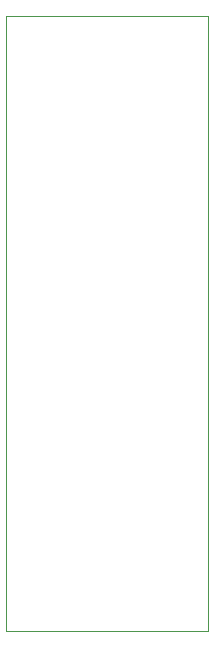
<source format=gbr>
%TF.GenerationSoftware,KiCad,Pcbnew,7.0.7*%
%TF.CreationDate,2023-09-16T00:15:51-05:00*%
%TF.ProjectId,pio-port-blinkenlights,70696f2d-706f-4727-942d-626c696e6b65,rev?*%
%TF.SameCoordinates,Original*%
%TF.FileFunction,Profile,NP*%
%FSLAX46Y46*%
G04 Gerber Fmt 4.6, Leading zero omitted, Abs format (unit mm)*
G04 Created by KiCad (PCBNEW 7.0.7) date 2023-09-16 00:15:51*
%MOMM*%
%LPD*%
G01*
G04 APERTURE LIST*
%TA.AperFunction,Profile*%
%ADD10C,0.100000*%
%TD*%
G04 APERTURE END LIST*
D10*
X94615000Y-60325000D02*
X111760000Y-60325000D01*
X111760000Y-112395000D01*
X94615000Y-112395000D01*
X94615000Y-60325000D01*
M02*

</source>
